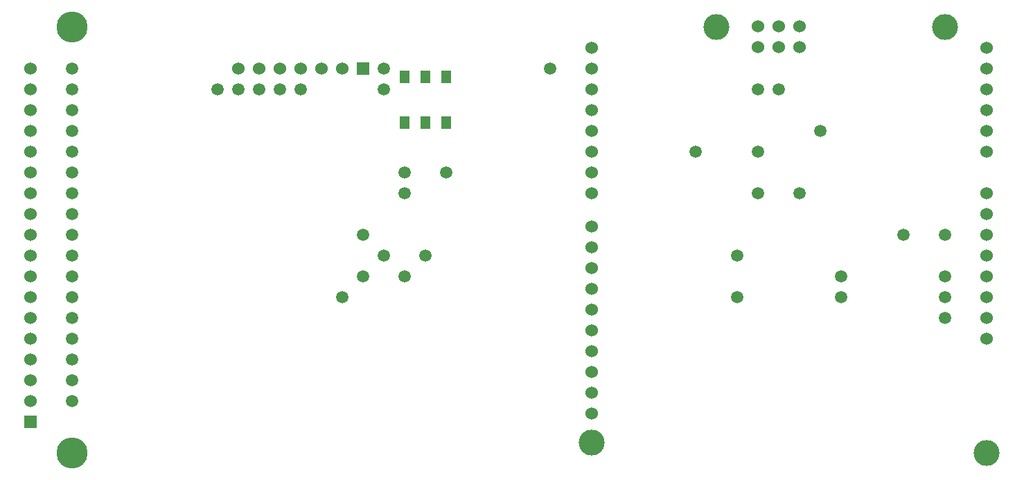
<source format=gbs>
G04 (created by PCBNEW (2013-jul-07)-stable) date Sun Aug 30 14:00:53 2015*
%MOIN*%
G04 Gerber Fmt 3.4, Leading zero omitted, Abs format*
%FSLAX34Y34*%
G01*
G70*
G90*
G04 APERTURE LIST*
%ADD10C,0.00590551*%
%ADD11C,0.1495*%
%ADD12C,0.0590551*%
%ADD13R,0.05X0.061811*%
%ADD14R,0.06X0.06*%
%ADD15C,0.06*%
%ADD16C,0.125*%
G04 APERTURE END LIST*
G54D10*
G54D11*
X27000Y-33500D03*
X27000Y-13000D03*
G54D12*
X27000Y-28000D03*
X27000Y-30000D03*
X27000Y-25000D03*
X27000Y-17000D03*
X27000Y-19000D03*
X27000Y-21000D03*
X27000Y-23000D03*
X67000Y-23000D03*
X27000Y-26000D03*
X27000Y-24000D03*
X27000Y-22000D03*
X27000Y-20000D03*
X27000Y-18000D03*
X27000Y-16000D03*
X43000Y-25000D03*
X27000Y-27000D03*
X27000Y-29000D03*
X27000Y-31000D03*
X27000Y-15000D03*
X69000Y-27000D03*
X69000Y-26000D03*
X69000Y-25000D03*
X69000Y-23000D03*
X35000Y-16000D03*
X64000Y-25000D03*
X60000Y-19000D03*
X60000Y-16000D03*
X50000Y-15000D03*
X61000Y-16000D03*
X44000Y-24000D03*
X64000Y-26000D03*
X59000Y-24000D03*
X62000Y-21000D03*
X59000Y-26000D03*
X63000Y-18000D03*
X60000Y-21000D03*
X57000Y-19000D03*
X40000Y-26000D03*
X42000Y-24000D03*
X41000Y-25000D03*
X43000Y-20000D03*
X45000Y-20000D03*
X43000Y-21000D03*
X36000Y-16000D03*
X37000Y-16000D03*
X42000Y-15000D03*
X42000Y-16000D03*
X41000Y-23000D03*
X38000Y-16000D03*
X34000Y-16000D03*
G54D13*
X44000Y-17608D03*
X43000Y-17608D03*
X45000Y-17608D03*
X45000Y-15391D03*
X44000Y-15391D03*
X43000Y-15391D03*
G54D14*
X41000Y-15000D03*
G54D15*
X40000Y-15000D03*
X39000Y-15000D03*
X38000Y-15000D03*
X37000Y-15000D03*
X36000Y-15000D03*
X35000Y-15000D03*
G54D14*
X25000Y-32000D03*
G54D15*
X25000Y-31000D03*
X25000Y-30000D03*
X25000Y-29000D03*
X25000Y-28000D03*
X25000Y-27000D03*
X25000Y-26000D03*
X25000Y-25000D03*
X25000Y-24000D03*
X25000Y-23000D03*
X25000Y-22000D03*
X25000Y-21000D03*
X25000Y-20000D03*
X25000Y-19000D03*
X25000Y-18000D03*
X25000Y-17000D03*
X25000Y-16000D03*
X25000Y-15000D03*
X71000Y-28000D03*
X71000Y-27000D03*
X71000Y-26000D03*
X71000Y-25000D03*
X71000Y-24000D03*
X71000Y-23000D03*
X71000Y-22000D03*
X71000Y-21000D03*
X71000Y-19000D03*
X71000Y-18000D03*
X71000Y-17000D03*
X71000Y-16000D03*
X71000Y-15000D03*
X71000Y-14000D03*
X60000Y-13950D03*
X61000Y-13950D03*
X62000Y-13950D03*
X62000Y-12950D03*
X61000Y-12950D03*
X60000Y-12950D03*
X52000Y-14000D03*
X52000Y-15000D03*
X52000Y-16000D03*
X52000Y-17000D03*
X52000Y-18000D03*
X52000Y-19000D03*
X52000Y-20000D03*
X52000Y-21000D03*
X52000Y-22600D03*
X52000Y-23600D03*
X52000Y-24600D03*
X52000Y-25600D03*
X52000Y-26600D03*
X52000Y-27600D03*
X52000Y-28600D03*
X52000Y-29600D03*
X52000Y-30600D03*
X52000Y-31600D03*
G54D16*
X52000Y-33000D03*
X58000Y-13000D03*
X71000Y-33500D03*
X69000Y-13000D03*
M02*

</source>
